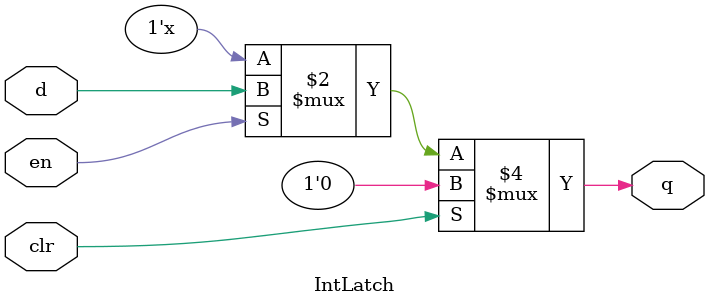
<source format=v>
`timescale 1ns / 1ps


module IntLatch(
input d, clr, en, 
output reg q
    );
    reg signal;
always @ (*)
    begin
        if (clr)
            begin
                q <= 0;
            end
        else
            begin
                q <= (en) ? d : q;
            end
    end    
endmodule

</source>
